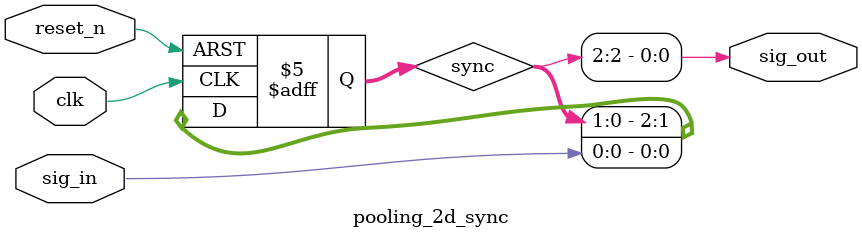
<source format=v>
module pooling_2d_sync
     #(parameter ACTIVE_HIGH=1 // 1: high-input cause hihg-output
               , CYCLES=2)
(
       input  wire        reset_n
     , input  wire        clk
     , input  wire        sig_in
     , output wire        sig_out
);
   //---------------------------------------------------------------------------
   localparam INIT_VALUE=(ACTIVE_HIGH[0]==1'b1) ? 'b0 : 'b1;
   //---------------------------------------------------------------------------
   reg [CYCLES:0] sync={CYCLES+1{INIT_VALUE[0]}};
   //---------------------------------------------------------------------------
   integer idx;
   always @ (posedge clk or negedge reset_n) begin
   if (reset_n==1'b0) begin
       sync <= {CYCLES+1{INIT_VALUE[0]}};
   end else begin
       sync[0] <= sig_in;
       for (idx=1; idx<=CYCLES; idx=idx+1) begin
            sync[idx] <= sync[idx-1];
       end
   end // if
   end // always
   //---------------------------------------------------------------------------
   assign sig_out = sync[CYCLES];
   //---------------------------------------------------------------------------
endmodule
//------------------------------------------------------------------------------
// Revision History
//
// 2021.06.10: Started by Ando Ki (andoki@gmail.com)
//------------------------------------------------------------------------------

</source>
